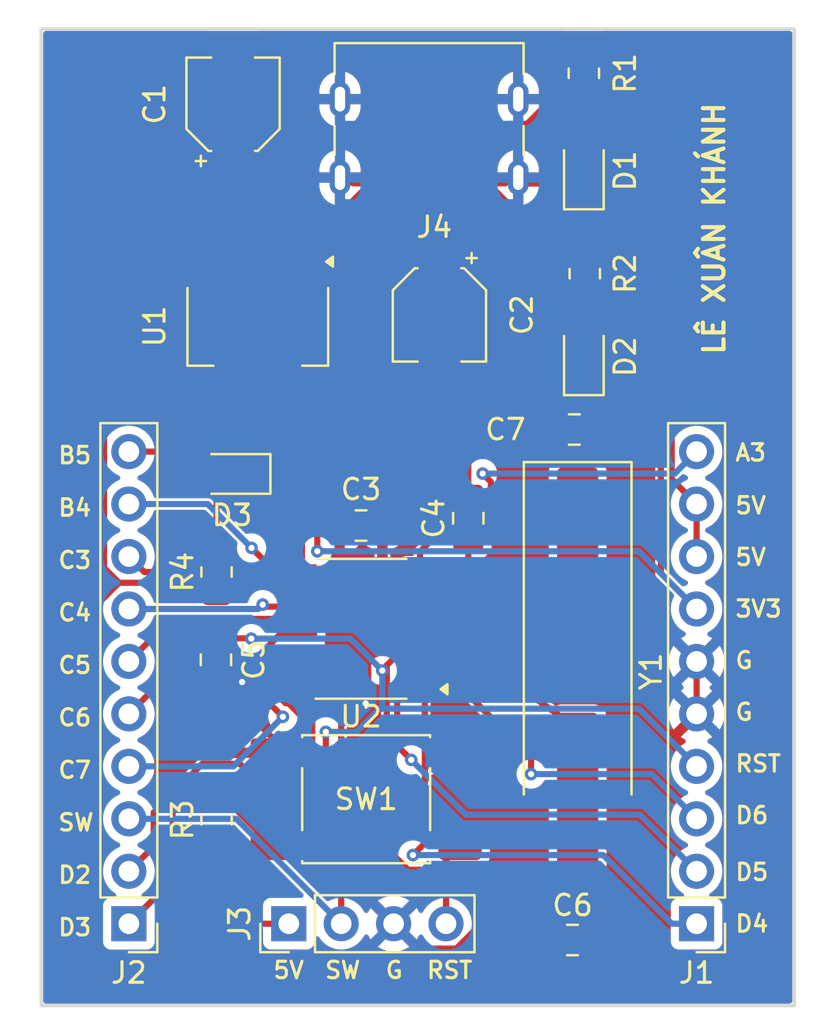
<source format=kicad_pcb>
(kicad_pcb (version 20241229) (generator "pcbnew") (generator_version "9.0")
  (title_block (title "Development Kit STM8S003F3") (date "2025-09-21") (rev "Rev1") (company "LE XUAN KHANH"))
  (layers (0 "F.Cu" signal) (2 "B.Cu" signal) (13 "F.Paste" user) (15 "B.Paste" user) (5 "F.SilkS" user "F.Silkscreen") (7 "B.SilkS" user "B.Silkscreen") (1 "F.Mask" user) (3 "B.Mask" user) (25 "Edge.Cuts" user))
  (net 0 "")
  (net 1 "+5V")
  (net 2 "GND")
  (net 3 "+3V3")
  (net 4 "Net-(U2-VCAP)")
  (net 5 "/NRST")
  (net 6 "Net-(U2-PA2)")
  (net 7 "Net-(U2-PA1)")
  (net 8 "Net-(D1-A)")
  (net 9 "Net-(D2-A)")
  (net 10 "/PB5")
  (net 11 "Net-(D3-A)")
  (net 12 "/PD5")
  (net 13 "/PA3")
  (net 14 "/PD4")
  (net 15 "/PD6")
  (net 16 "/PD2")
  (net 17 "/SWIM")
  (net 18 "/PC6")
  (net 19 "/PC4")
  (net 20 "/PC7")
  (net 21 "/PC5")
  (net 22 "/PC3")
  (net 23 "/PD3")
  (net 24 "/PB4")
  (footprint "LED_SMD:LED_0805_2012Metric_Pad1.15x1.40mm_HandSolder" (layer "F.Cu") (at 150.8 74.075 90)
    (property "Reference" "D1" (at 0 2 90) (layer "F.SilkS"))
    (property "Value" "LED")
    (fp_line (start 1 -0.96) (end -1.86 -0.96) (stroke (width 0.12)) (layer "F.SilkS"))
    (fp_line (start -1.86 -0.96) (end -1.86 0.96) (stroke (width 0.12)) (layer "F.SilkS"))
    (fp_line (start -1.86 0.96) (end 1 0.96) (stroke (width 0.12)) (layer "F.SilkS"))
    (pad "1" smd roundrect (at -1.025 0 90) (size 1.15 1.4) (layers "F.Cu" "F.Mask" "F.Paste") (roundrect_rratio 0.217391) (net 2 "GND"))
    (pad "2" smd roundrect (at 1.025 0 90) (size 1.15 1.4) (layers "F.Cu" "F.Mask" "F.Paste") (roundrect_rratio 0.217391) (net 8 "Net-(D1-A)"))
  )
  (footprint "Package_TO_SOT_SMD:SOT-223-3_TabPin2" (layer "F.Cu") (at 135 81.6 -90)
    (property "Reference" "U1" (at 0 5 90) (layer "F.SilkS"))
    (property "Value" "AMS1117-3.3")
    (fp_line (start -1.85 3.41) (end 1.91 3.41) (stroke (width 0.12)) (layer "F.SilkS"))
    (fp_line (start 1.91 3.41) (end 1.91 2.15) (stroke (width 0.12)) (layer "F.SilkS"))
    (fp_line (start -1.85 -3.41) (end 1.91 -3.41) (stroke (width 0.12)) (layer "F.SilkS"))
    (fp_line (start 1.91 -3.41) (end 1.91 -2.15) (stroke (width 0.12)) (layer "F.SilkS"))
    (fp_poly (pts (xy -3.13 -3.31) (xy -3.37 -3.64) (xy -2.89 -3.64) (xy -3.13 -3.31)) (stroke (width 0.12)) (fill yes) (layer "F.SilkS"))
    (pad "1" smd roundrect (at -3.15 -2.3 270) (size 2 1.5) (layers "F.Cu" "F.Mask" "F.Paste") (net 2 "GND"))
    (pad "2" smd roundrect (at -3.15 0 270) (size 2 1.5) (layers "F.Cu" "F.Mask" "F.Paste") (net 3 "+3V3"))
    (pad "2" smd roundrect (at 3.15 0 270) (size 2 3.8) (layers "F.Cu" "F.Mask" "F.Paste") (net 3 "+3V3"))
    (pad "3" smd roundrect (at -3.15 2.3 270) (size 2 1.5) (layers "F.Cu" "F.Mask" "F.Paste") (net 1 "+5V"))
  )
  (footprint "Connector_USB:USB_C_Receptacle_HRO_TYPE-C-31-M-17" (layer "F.Cu") (at 143.3 71.4 180)
    (property "Reference" "J4" (at -0.25 -5.4 0) (layer "F.SilkS"))
    (property "Value" "USB_C_Receptacle_PowerOnly_6P")
    (fp_line (start 4.58 2) (end 4.58 3.51) (stroke (width 0.12)) (layer "F.SilkS"))
    (fp_line (start 4.58 -1.9) (end 4.58 -0.5) (stroke (width 0.12)) (layer "F.SilkS"))
    (fp_line (start -4.58 3.51) (end 4.58 3.51) (stroke (width 0.12)) (layer "F.SilkS"))
    (fp_line (start -4.58 2) (end -4.58 3.51) (stroke (width 0.12)) (layer "F.SilkS"))
    (fp_line (start -4.58 -1.9) (end -4.58 -0.5) (stroke (width 0.12)) (layer "F.SilkS"))
    (pad "A5" smd roundrect (at -0.5 -3.18 180) (size 0.7 1.6) (layers "F.Cu" "F.Mask" "F.Paste"))
    (pad "A9" smd roundrect (at 1.52 -3.18 180) (size 0.8 1.6) (layers "F.Cu" "F.Mask" "F.Paste") (net 1 "+5V"))
    (pad "A12" smd roundrect (at 2.75 -3.18 180) (size 0.9 1.6) (layers "F.Cu" "F.Mask" "F.Paste") (net 2 "GND"))
    (pad "B5" smd roundrect (at 0.5 -3.18 180) (size 0.7 1.6) (layers "F.Cu" "F.Mask" "F.Paste"))
    (pad "B9" smd roundrect (at -1.52 -3.18 180) (size 0.8 1.6) (layers "F.Cu" "F.Mask" "F.Paste") (net 1 "+5V"))
    (pad "B12" smd roundrect (at -2.75 -3.18 180) (size 0.9 1.6) (layers "F.Cu" "F.Mask" "F.Paste") (net 2 "GND"))
    (pad "S1" thru_hole oval (at -4.32 -3 180) (size 1 1.7) (drill oval 0.5 1.2) (property pad_prop_heatsink) (layers "*.Cu" "*.Mask") (net 2 "GND"))
    (pad "S1" thru_hole oval (at -4.32 0.8 180) (size 1 1.7) (drill oval 0.5 1.2) (property pad_prop_heatsink) (layers "*.Cu" "*.Mask") (net 2 "GND"))
    (pad "S1" thru_hole oval (at 4.32 -3 180) (size 1 1.7) (drill oval 0.5 1.2) (property pad_prop_heatsink) (layers "*.Cu" "*.Mask") (net 2 "GND"))
    (pad "S1" thru_hole oval (at 4.32 0.8 180) (size 1 1.7) (drill oval 0.5 1.2) (property pad_prop_heatsink) (layers "*.Cu" "*.Mask") (net 2 "GND"))
  )
  (footprint "Capacitor_SMD:C_0805_2012Metric_Pad1.18x1.45mm_HandSolder" (layer "F.Cu") (at 145.2 90.9 90)
    (property "Reference" "C4" (at 0 -1.68 90) (layer "F.SilkS"))
    (property "Value" "1uF")
    (fp_line (start -0.261252 -0.735) (end 0.261252 -0.735) (stroke (width 0.12)) (layer "F.SilkS"))
    (fp_line (start -0.261252 0.735) (end 0.261252 0.735) (stroke (width 0.12)) (layer "F.SilkS"))
    (pad "1" smd roundrect (at -1.0375 0 90) (size 1.175 1.45) (layers "F.Cu" "F.Mask" "F.Paste") (roundrect_rratio 0.212766) (net 4 "Net-(U2-VCAP)"))
    (pad "2" smd roundrect (at 1.0375 0 90) (size 1.175 1.45) (layers "F.Cu" "F.Mask" "F.Paste") (roundrect_rratio 0.212766) (net 2 "GND"))
  )
  (footprint "Crystal:Crystal_SMD_HC49-SD_HandSoldering" (layer "F.Cu") (at 150.5 98.3125 -90)
    (property "Reference" "Y1" (at 0 -3.55 90) (layer "F.SilkS"))
    (property "Value" "Crystal 16Mhz")
    (fp_line (start -10.135 2.61) (end 5.96 2.61) (stroke (width 0.12)) (layer "F.SilkS"))
    (fp_line (start -10.135 -2.61) (end -10.135 2.61) (stroke (width 0.12)) (layer "F.SilkS"))
    (fp_line (start 5.96 -2.61) (end -10.135 -2.61) (stroke (width 0.12)) (layer "F.SilkS"))
    (pad "1" smd roundrect (at -5.9375 0 270) (size 7.875 2) (layers "F.Cu" "F.Mask" "F.Paste") (roundrect_rratio 0.125) (net 6 "Net-(U2-PA2)"))
    (pad "2" smd roundrect (at 5.9375 0 270) (size 7.875 2) (layers "F.Cu" "F.Mask" "F.Paste") (roundrect_rratio 0.125) (net 7 "Net-(U2-PA1)"))
  )
  (footprint "Resistor_SMD:R_0805_2012Metric_Pad1.20x1.40mm_HandSolder" (layer "F.Cu") (at 133 93.5 90)
    (property "Reference" "R4" (at 0 -1.65 90) (layer "F.SilkS"))
    (property "Value" "1K")
    (fp_line (start -0.227064 -0.735) (end 0.227064 -0.735) (stroke (width 0.12)) (layer "F.SilkS"))
    (fp_line (start -0.227064 0.735) (end 0.227064 0.735) (stroke (width 0.12)) (layer "F.SilkS"))
    (pad "1" smd roundrect (at -1 0 90) (size 1.2 1.4) (layers "F.Cu" "F.Mask" "F.Paste") (roundrect_rratio 0.208333) (net 1 "+5V"))
    (pad "2" smd roundrect (at 1 0 90) (size 1.2 1.4) (layers "F.Cu" "F.Mask" "F.Paste") (roundrect_rratio 0.208333) (net 11 "Net-(D3-A)"))
  )
  (footprint "Capacitor_SMD:CP_Elec_4x5.4" (layer "F.Cu") (at 133.8 70.85 90)
    (property "Reference" "C1" (at 0 -3.8 90) (layer "F.SilkS"))
    (property "Value" "22uF")
    (fp_line (start 2.26 -2.26) (end 2.26 -1.06) (stroke (width 0.12)) (layer "F.SilkS"))
    (fp_line (start -1.195563 -2.26) (end 2.26 -2.26) (stroke (width 0.12)) (layer "F.SilkS"))
    (fp_line (start -2.75 -1.81) (end -2.75 -1.31) (stroke (width 0.12)) (layer "F.SilkS"))
    (fp_line (start -3 -1.56) (end -2.5 -1.56) (stroke (width 0.12)) (layer "F.SilkS"))
    (fp_line (start -2.26 -1.195563) (end -1.195563 -2.26) (stroke (width 0.12)) (layer "F.SilkS"))
    (fp_line (start -2.26 -1.195563) (end -2.26 -1.06) (stroke (width 0.12)) (layer "F.SilkS"))
    (fp_line (start -2.26 1.195563) (end -2.26 1.06) (stroke (width 0.12)) (layer "F.SilkS"))
    (fp_line (start -2.26 1.195563) (end -1.195563 2.26) (stroke (width 0.12)) (layer "F.SilkS"))
    (fp_line (start 2.26 2.26) (end 2.26 1.06) (stroke (width 0.12)) (layer "F.SilkS"))
    (fp_line (start -1.195563 2.26) (end 2.26 2.26) (stroke (width 0.12)) (layer "F.SilkS"))
    (pad "1" smd roundrect (at -1.8 0 90) (size 2.6 1.6) (layers "F.Cu" "F.Mask" "F.Paste") (roundrect_rratio 0.15625) (net 1 "+5V"))
    (pad "2" smd roundrect (at 1.8 0 90) (size 2.6 1.6) (layers "F.Cu" "F.Mask" "F.Paste") (roundrect_rratio 0.15625) (net 2 "GND"))
  )
  (footprint "Resistor_SMD:R_0805_2012Metric_Pad1.20x1.40mm_HandSolder" (layer "F.Cu") (at 133 105.5 90)
    (property "Reference" "R3" (at 0 -1.65 90) (layer "F.SilkS"))
    (property "Value" "10K")
    (fp_line (start -0.227064 -0.735) (end 0.227064 -0.735) (stroke (width 0.12)) (layer "F.SilkS"))
    (fp_line (start -0.227064 0.735) (end 0.227064 0.735) (stroke (width 0.12)) (layer "F.SilkS"))
    (pad "1" smd roundrect (at -1 0 90) (size 1.2 1.4) (layers "F.Cu" "F.Mask" "F.Paste") (roundrect_rratio 0.208333) (net 1 "+5V"))
    (pad "2" smd roundrect (at 1 0 90) (size 1.2 1.4) (layers "F.Cu" "F.Mask" "F.Paste") (roundrect_rratio 0.208333) (net 5 "/NRST"))
  )
  (footprint "Connector_PinHeader_2.54mm:PinHeader_1x10_P2.54mm_Vertical" (layer "F.Cu") (at 156.2625 110.53 180)
    (property "Reference" "J1" (at 0 -2.38 0) (layer "F.SilkS"))
    (property "Value" "Conn_01x10_Pin")
    (fp_line (start 1.38 1.27) (end 1.38 24.24) (stroke (width 0.12)) (layer "F.SilkS"))
    (fp_line (start -1.38 24.24) (end 1.38 24.24) (stroke (width 0.12)) (layer "F.SilkS"))
    (fp_line (start -1.38 1.27) (end 1.38 1.27) (stroke (width 0.12)) (layer "F.SilkS"))
    (fp_line (start -1.38 1.27) (end -1.38 24.24) (stroke (width 0.12)) (layer "F.SilkS"))
    (fp_line (start -1.38 0) (end -1.38 -1.38) (stroke (width 0.12)) (layer "F.SilkS"))
    (fp_line (start -1.38 -1.38) (end 0 -1.38) (stroke (width 0.12)) (layer "F.SilkS"))
    (pad "1" thru_hole rect (at 0 0 180) (size 1.7 1.7) (drill 1) (layers "*.Cu" "*.Mask") (net 14 "/PD4"))
    (pad "2" thru_hole circle (at 0 2.54 180) (size 1.7 1.7) (drill 1) (layers "*.Cu" "*.Mask") (net 12 "/PD5"))
    (pad "3" thru_hole circle (at 0 5.08 180) (size 1.7 1.7) (drill 1) (layers "*.Cu" "*.Mask") (net 15 "/PD6"))
    (pad "4" thru_hole circle (at 0 7.62 180) (size 1.7 1.7) (drill 1) (layers "*.Cu" "*.Mask") (net 5 "/NRST"))
    (pad "5" thru_hole circle (at 0 10.16 180) (size 1.7 1.7) (drill 1) (layers "*.Cu" "*.Mask") (net 2 "GND"))
    (pad "6" thru_hole circle (at 0 12.7 180) (size 1.7 1.7) (drill 1) (layers "*.Cu" "*.Mask") (net 2 "GND"))
    (pad "7" thru_hole circle (at 0 15.24 180) (size 1.7 1.7) (drill 1) (layers "*.Cu" "*.Mask") (net 3 "+3V3"))
    (pad "8" thru_hole circle (at 0 17.78 180) (size 1.7 1.7) (drill 1) (layers "*.Cu" "*.Mask") (net 1 "+5V"))
    (pad "9" thru_hole circle (at 0 20.32 180) (size 1.7 1.7) (drill 1) (layers "*.Cu" "*.Mask") (net 1 "+5V"))
    (pad "10" thru_hole circle (at 0 22.86 180) (size 1.7 1.7) (drill 1) (layers "*.Cu" "*.Mask") (net 13 "/PA3"))
  )
  (footprint "Resistor_SMD:R_0805_2012Metric_Pad1.20x1.40mm_HandSolder" (layer "F.Cu") (at 150.845 79.05 -90)
    (property "Reference" "R2" (at 0 -1.955 90) (layer "F.SilkS"))
    (property "Value" "1K")
    (fp_line (start -0.227064 0.735) (end 0.227064 0.735) (stroke (width 0.12)) (layer "F.SilkS"))
    (fp_line (start -0.227064 -0.735) (end 0.227064 -0.735) (stroke (width 0.12)) (layer "F.SilkS"))
    (pad "1" smd roundrect (at -1 0 270) (size 1.2 1.4) (layers "F.Cu" "F.Mask" "F.Paste") (roundrect_rratio 0.208333) (net 3 "+3V3"))
    (pad "2" smd roundrect (at 1 0 270) (size 1.2 1.4) (layers "F.Cu" "F.Mask" "F.Paste") (roundrect_rratio 0.208333) (net 9 "Net-(D2-A)"))
  )
  (footprint "Capacitor_SMD:C_0805_2012Metric_Pad1.18x1.45mm_HandSolder" (layer "F.Cu") (at 150.25 111.32)
    (property "Reference" "C6" (at 0 -1.68 0) (layer "F.SilkS"))
    (property "Value" "20pF")
    (fp_line (start -0.261252 -0.735) (end 0.261252 -0.735) (stroke (width 0.12)) (layer "F.SilkS"))
    (fp_line (start -0.261252 0.735) (end 0.261252 0.735) (stroke (width 0.12)) (layer "F.SilkS"))
    (pad "1" smd roundrect (at -1.0375 0) (size 1.175 1.45) (layers "F.Cu" "F.Mask" "F.Paste") (roundrect_rratio 0.212766) (net 2 "GND"))
    (pad "2" smd roundrect (at 1.0375 0) (size 1.175 1.45) (layers "F.Cu" "F.Mask" "F.Paste") (roundrect_rratio 0.212766) (net 7 "Net-(U2-PA1)"))
  )
  (footprint "LED_SMD:LED_0805_2012Metric_Pad1.15x1.40mm_HandSolder" (layer "F.Cu") (at 150.8 83.075 90)
    (property "Reference" "D2" (at 0 2 90) (layer "F.SilkS"))
    (property "Value" "LED")
    (fp_line (start 1 -0.96) (end -1.86 -0.96) (stroke (width 0.12)) (layer "F.SilkS"))
    (fp_line (start -1.86 -0.96) (end -1.86 0.96) (stroke (width 0.12)) (layer "F.SilkS"))
    (fp_line (start -1.86 0.96) (end 1 0.96) (stroke (width 0.12)) (layer "F.SilkS"))
    (pad "1" smd roundrect (at -1.025 0 90) (size 1.15 1.4) (layers "F.Cu" "F.Mask" "F.Paste") (roundrect_rratio 0.217391) (net 2 "GND"))
    (pad "2" smd roundrect (at 1.025 0 90) (size 1.15 1.4) (layers "F.Cu" "F.Mask" "F.Paste") (roundrect_rratio 0.217391) (net 9 "Net-(D2-A)"))
  )
  (footprint "Connector_PinHeader_2.54mm:PinHeader_1x10_P2.54mm_Vertical" (layer "F.Cu") (at 128.75 110.53 180)
    (property "Reference" "J2" (at 0 -2.38 0) (layer "F.SilkS"))
    (property "Value" "Conn_01x10_Pin")
    (fp_line (start 1.38 1.27) (end 1.38 24.24) (stroke (width 0.12)) (layer "F.SilkS"))
    (fp_line (start -1.38 24.24) (end 1.38 24.24) (stroke (width 0.12)) (layer "F.SilkS"))
    (fp_line (start -1.38 1.27) (end 1.38 1.27) (stroke (width 0.12)) (layer "F.SilkS"))
    (fp_line (start -1.38 1.27) (end -1.38 24.24) (stroke (width 0.12)) (layer "F.SilkS"))
    (fp_line (start -1.38 0) (end -1.38 -1.38) (stroke (width 0.12)) (layer "F.SilkS"))
    (fp_line (start -1.38 -1.38) (end 0 -1.38) (stroke (width 0.12)) (layer "F.SilkS"))
    (pad "1" thru_hole rect (at 0 0 180) (size 1.7 1.7) (drill 1) (layers "*.Cu" "*.Mask") (net 23 "/PD3"))
    (pad "2" thru_hole circle (at 0 2.54 180) (size 1.7 1.7) (drill 1) (layers "*.Cu" "*.Mask") (net 16 "/PD2"))
    (pad "3" thru_hole circle (at 0 5.08 180) (size 1.7 1.7) (drill 1) (layers "*.Cu" "*.Mask") (net 17 "/SWIM"))
    (pad "4" thru_hole circle (at 0 7.62 180) (size 1.7 1.7) (drill 1) (layers "*.Cu" "*.Mask") (net 20 "/PC7"))
    (pad "5" thru_hole circle (at 0 10.16 180) (size 1.7 1.7) (drill 1) (layers "*.Cu" "*.Mask") (net 18 "/PC6"))
    (pad "6" thru_hole circle (at 0 12.7 180) (size 1.7 1.7) (drill 1) (layers "*.Cu" "*.Mask") (net 21 "/PC5"))
    (pad "7" thru_hole circle (at 0 15.24 180) (size 1.7 1.7) (drill 1) (layers "*.Cu" "*.Mask") (net 19 "/PC4"))
    (pad "8" thru_hole circle (at 0 17.78 180) (size 1.7 1.7) (drill 1) (layers "*.Cu" "*.Mask") (net 22 "/PC3"))
    (pad "9" thru_hole circle (at 0 20.32 180) (size 1.7 1.7) (drill 1) (layers "*.Cu" "*.Mask") (net 24 "/PB4"))
    (pad "10" thru_hole circle (at 0 22.86 180) (size 1.7 1.7) (drill 1) (layers "*.Cu" "*.Mask") (net 10 "/PB5"))
  )
  (footprint "Capacitor_SMD:C_0805_2012Metric_Pad1.18x1.45mm_HandSolder" (layer "F.Cu") (at 140 91.25 180)
    (property "Reference" "C3" (at 0 1.75 0) (layer "F.SilkS"))
    (property "Value" "104")
    (fp_line (start -0.261252 0.735) (end 0.261252 0.735) (stroke (width 0.12)) (layer "F.SilkS"))
    (fp_line (start -0.261252 -0.735) (end 0.261252 -0.735) (stroke (width 0.12)) (layer "F.SilkS"))
    (pad "1" smd roundrect (at -1.0375 0 180) (size 1.175 1.45) (layers "F.Cu" "F.Mask" "F.Paste") (roundrect_rratio 0.212766) (net 1 "+5V"))
    (pad "2" smd roundrect (at 1.0375 0 180) (size 1.175 1.45) (layers "F.Cu" "F.Mask" "F.Paste") (roundrect_rratio 0.212766) (net 2 "GND"))
  )
  (footprint "LED_SMD:LED_0805_2012Metric_Pad1.15x1.40mm_HandSolder" (layer "F.Cu") (at 133.75 88.75 180)
    (property "Reference" "D3" (at 0 -2 0) (layer "F.SilkS"))
    (property "Value" "LED")
    (fp_line (start 1 -0.96) (end -1.86 -0.96) (stroke (width 0.12)) (layer "F.SilkS"))
    (fp_line (start -1.86 0.96) (end 1 0.96) (stroke (width 0.12)) (layer "F.SilkS"))
    (fp_line (start -1.86 -0.96) (end -1.86 0.96) (stroke (width 0.12)) (layer "F.SilkS"))
    (pad "1" smd roundrect (at -1.025 0 180) (size 1.15 1.4) (layers "F.Cu" "F.Mask" "F.Paste") (roundrect_rratio 0.217391) (net 10 "/PB5"))
    (pad "2" smd roundrect (at 1.025 0 180) (size 1.15 1.4) (layers "F.Cu" "F.Mask" "F.Paste") (roundrect_rratio 0.217391) (net 11 "Net-(D3-A)"))
  )
  (footprint "Button_Switch_SMD:SW_Push_1P1T_NO_E-Switch_TL3301NxxxxxG" (layer "F.Cu") (at 140.25 104.5 180)
    (property "Reference" "SW1" (at 0 0 0) (layer "F.SilkS"))
    (property "Value" "SW_Push")
    (fp_line (start 3.1 3.1) (end 3.1 3) (stroke (width 0.12)) (layer "F.SilkS"))
    (fp_line (start 3.1 -1.5) (end 3.1 1.5) (stroke (width 0.12)) (layer "F.SilkS"))
    (fp_line (start 3.1 -3) (end 3.1 -3.1) (stroke (width 0.12)) (layer "F.SilkS"))
    (fp_line (start -3.1 3.1) (end 3.1 3.1) (stroke (width 0.12)) (layer "F.SilkS"))
    (fp_line (start -3.1 3.1) (end -3.1 3) (stroke (width 0.12)) (layer "F.SilkS"))
    (fp_line (start -3.1 -1.5) (end -3.1 1.5) (stroke (width 0.12)) (layer "F.SilkS"))
    (fp_line (start -3.1 -3.1) (end 3.1 -3.1) (stroke (width 0.12)) (layer "F.SilkS"))
    (fp_line (start -3.1 -3.1) (end -3.1 -3) (stroke (width 0.12)) (layer "F.SilkS"))
    (pad "1" smd roundrect (at -4.55 -2.25 180) (size 2.1 1.4) (layers "F.Cu" "F.Mask" "F.Paste") (roundrect_rratio 0.1785714286) (net 5 "/NRST"))
    (pad "1" smd roundrect (at 4.55 -2.25 180) (size 2.1 1.4) (layers "F.Cu" "F.Mask" "F.Paste") (roundrect_rratio 0.1785714286) (net 5 "/NRST"))
    (pad "2" smd roundrect (at -4.55 2.25 180) (size 2.1 1.4) (layers "F.Cu" "F.Mask" "F.Paste") (roundrect_rratio 0.1785714286) (net 2 "GND"))
    (pad "2" smd roundrect (at 4.55 2.25 180) (size 2.1 1.4) (layers "F.Cu" "F.Mask" "F.Paste") (roundrect_rratio 0.1785714286) (net 2 "GND"))
  )
  (footprint "Connector_PinHeader_2.54mm:PinHeader_1x04_P2.54mm_Vertical" (layer "F.Cu") (at 136.5 110.53 90)
    (property "Reference" "J3" (at 0 -2.38 90) (layer "F.SilkS"))
    (property "Value" "Development")
    (fp_line (start -1.38 -1.38) (end 0 -1.38) (stroke (width 0.12)) (layer "F.SilkS"))
    (fp_line (start -1.38 0) (end -1.38 -1.38) (stroke (width 0.12)) (layer "F.SilkS"))
    (fp_line (start 1.38 1.27) (end 1.38 9) (stroke (width 0.12)) (layer "F.SilkS"))
    (fp_line (start -1.38 1.27) (end 1.38 1.27) (stroke (width 0.12)) (layer "F.SilkS"))
    (fp_line (start -1.38 1.27) (end -1.38 9) (stroke (width 0.12)) (layer "F.SilkS"))
    (fp_line (start -1.38 9) (end 1.38 9) (stroke (width 0.12)) (layer "F.SilkS"))
    (pad "1" thru_hole rect (at 0 0 90) (size 1.7 1.7) (drill 1) (layers "*.Cu" "*.Mask") (net 1 "+5V"))
    (pad "2" thru_hole circle (at 0 2.54 90) (size 1.7 1.7) (drill 1) (layers "*.Cu" "*.Mask") (net 17 "/SWIM"))
    (pad "3" thru_hole circle (at 0 5.08 90) (size 1.7 1.7) (drill 1) (layers "*.Cu" "*.Mask") (net 2 "GND"))
    (pad "4" thru_hole circle (at 0 7.62 90) (size 1.7 1.7) (drill 1) (layers "*.Cu" "*.Mask") (net 5 "/NRST"))
  )
  (footprint "Resistor_SMD:R_0805_2012Metric_Pad1.20x1.40mm_HandSolder" (layer "F.Cu") (at 150.8 69.35 -90)
    (property "Reference" "R1" (at 0 -2 90) (layer "F.SilkS"))
    (property "Value" "1K")
    (fp_line (start -0.227064 0.735) (end 0.227064 0.735) (stroke (width 0.12)) (layer "F.SilkS"))
    (fp_line (start -0.227064 -0.735) (end 0.227064 -0.735) (stroke (width 0.12)) (layer "F.SilkS"))
    (pad "1" smd roundrect (at -1 0 270) (size 1.2 1.4) (layers "F.Cu" "F.Mask" "F.Paste") (roundrect_rratio 0.208333) (net 1 "+5V"))
    (pad "2" smd roundrect (at 1 0 270) (size 1.2 1.4) (layers "F.Cu" "F.Mask" "F.Paste") (roundrect_rratio 0.208333) (net 8 "Net-(D1-A)"))
  )
  (footprint "Package_SO:TSSOP-20_4.4x6.5mm_P0.65mm" (layer "F.Cu") (at 140 96.25 180)
    (property "Reference" "U2" (at 0 -4.25 0) (layer "F.SilkS"))
    (property "Value" "STM8S003F3P")
    (fp_line (start 0 3.385) (end 2.2 3.385) (stroke (width 0.12)) (layer "F.SilkS"))
    (fp_line (start 0 3.385) (end -2.2 3.385) (stroke (width 0.12)) (layer "F.SilkS"))
    (fp_line (start 0 -3.385) (end 2.2 -3.385) (stroke (width 0.12)) (layer "F.SilkS"))
    (fp_line (start 0 -3.385) (end -2.2 -3.385) (stroke (width 0.12)) (layer "F.SilkS"))
    (fp_poly (pts (xy -3.86 -2.925) (xy -4.19 -2.685) (xy -4.19 -3.165)) (stroke (width 0.12)) (fill yes) (layer "F.SilkS"))
    (pad "1" smd roundrect (at -2.8625 -2.925 180) (size 1.475 0.4) (layers "F.Cu" "F.Mask" "F.Paste") (net 14 "/PD4"))
    (pad "2" smd roundrect (at -2.8625 -2.275 180) (size 1.475 0.4) (layers "F.Cu" "F.Mask" "F.Paste") (net 12 "/PD5"))
    (pad "3" smd roundrect (at -2.8625 -1.625 180) (size 1.475 0.4) (layers "F.Cu" "F.Mask" "F.Paste") (net 15 "/PD6"))
    (pad "4" smd roundrect (at -2.8625 -0.975 180) (size 1.475 0.4) (layers "F.Cu" "F.Mask" "F.Paste") (net 5 "/NRST"))
    (pad "5" smd roundrect (at -2.8625 -0.325 180) (size 1.475 0.4) (layers "F.Cu" "F.Mask" "F.Paste") (net 7 "Net-(U2-PA1)"))
    (pad "6" smd roundrect (at -2.8625 0.325 180) (size 1.475 0.4) (layers "F.Cu" "F.Mask" "F.Paste") (net 6 "Net-(U2-PA2)"))
    (pad "7" smd roundrect (at -2.8625 0.975 180) (size 1.475 0.4) (layers "F.Cu" "F.Mask" "F.Paste") (net 2 "GND"))
    (pad "8" smd roundrect (at -2.8625 1.625 180) (size 1.475 0.4) (layers "F.Cu" "F.Mask" "F.Paste") (net 4 "Net-(U2-VCAP)"))
    (pad "9" smd roundrect (at -2.8625 2.275 180) (size 1.475 0.4) (layers "F.Cu" "F.Mask" "F.Paste") (net 1 "+5V"))
    (pad "10" smd roundrect (at -2.8625 2.925 180) (size 1.475 0.4) (layers "F.Cu" "F.Mask" "F.Paste") (net 13 "/PA3"))
    (pad "11" smd roundrect (at 2.8625 2.925 180) (size 1.475 0.4) (layers "F.Cu" "F.Mask" "F.Paste") (net 10 "/PB5"))
    (pad "12" smd roundrect (at 2.8625 2.275 180) (size 1.475 0.4) (layers "F.Cu" "F.Mask" "F.Paste") (net 24 "/PB4"))
    (pad "13" smd roundrect (at 2.8625 1.625 180) (size 1.475 0.4) (layers "F.Cu" "F.Mask" "F.Paste") (net 22 "/PC3"))
    (pad "14" smd roundrect (at 2.8625 0.975 180) (size 1.475 0.4) (layers "F.Cu" "F.Mask" "F.Paste") (net 19 "/PC4"))
    (pad "15" smd roundrect (at 2.8625 0.325 180) (size 1.475 0.4) (layers "F.Cu" "F.Mask" "F.Paste") (net 21 "/PC5"))
    (pad "16" smd roundrect (at 2.8625 -0.325 180) (size 1.475 0.4) (layers "F.Cu" "F.Mask" "F.Paste") (net 18 "/PC6"))
    (pad "17" smd roundrect (at 2.8625 -0.975 180) (size 1.475 0.4) (layers "F.Cu" "F.Mask" "F.Paste") (net 20 "/PC7"))
    (pad "18" smd roundrect (at 2.8625 -1.625 180) (size 1.475 0.4) (layers "F.Cu" "F.Mask" "F.Paste") (net 17 "/SWIM"))
    (pad "19" smd roundrect (at 2.8625 -2.275 180) (size 1.475 0.4) (layers "F.Cu" "F.Mask" "F.Paste") (net 16 "/PD2"))
    (pad "20" smd roundrect (at 2.8625 -2.925 180) (size 1.475 0.4) (layers "F.Cu" "F.Mask" "F.Paste") (net 23 "/PD3"))
  )
  (footprint "Capacitor_SMD:CP_Elec_4x5.4" (layer "F.Cu") (at 143.8 81.05 -90)
    (property "Reference" "C2" (at 0 -4 270) (layer "F.SilkS"))
    (property "Value" "22uF")
    (fp_line (start -1.195563 2.26) (end 2.26 2.26) (stroke (width 0.12)) (layer "F.SilkS"))
    (fp_line (start 2.26 2.26) (end 2.26 1.06) (stroke (width 0.12)) (layer "F.SilkS"))
    (fp_line (start -2.26 1.195563) (end -1.195563 2.26) (stroke (width 0.12)) (layer "F.SilkS"))
    (fp_line (start -2.26 1.195563) (end -2.26 1.06) (stroke (width 0.12)) (layer "F.SilkS"))
    (fp_line (start -2.26 -1.195563) (end -2.26 -1.06) (stroke (width 0.12)) (layer "F.SilkS"))
    (fp_line (start -2.26 -1.195563) (end -1.195563 -2.26) (stroke (width 0.12)) (layer "F.SilkS"))
    (fp_line (start -3 -1.56) (end -2.5 -1.56) (stroke (width 0.12)) (layer "F.SilkS"))
    (fp_line (start -2.75 -1.81) (end -2.75 -1.31) (stroke (width 0.12)) (layer "F.SilkS"))
    (fp_line (start -1.195563 -2.26) (end 2.26 -2.26) (stroke (width 0.12)) (layer "F.SilkS"))
    (fp_line (start 2.26 -2.26) (end 2.26 -1.06) (stroke (width 0.12)) (layer "F.SilkS"))
    (pad "1" smd roundrect (at -1.8 0 270) (size 2.6 1.6) (layers "F.Cu" "F.Mask" "F.Paste") (roundrect_rratio 0.15625) (net 3 "+3V3"))
    (pad "2" smd roundrect (at 1.8 0 270) (size 2.6 1.6) (layers "F.Cu" "F.Mask" "F.Paste") (roundrect_rratio 0.15625) (net 2 "GND"))
  )
  (footprint "Capacitor_SMD:C_0805_2012Metric_Pad1.18x1.45mm_HandSolder" (layer "F.Cu") (at 132.97 97.75 -90)
    (property "Reference" "C5" (at 0 -1.83 90) (layer "F.SilkS"))
    (property "Value" "104")
    (fp_line (start -0.261252 0.735) (end 0.261252 0.735) (stroke (width 0.12)) (layer "F.SilkS"))
    (fp_line (start -0.261252 -0.735) (end 0.261252 -0.735) (stroke (width 0.12)) (layer "F.SilkS"))
    (pad "1" smd roundrect (at -1.0375 0 270) (size 1.175 1.45) (layers "F.Cu" "F.Mask" "F.Paste") (roundrect_rratio 0.212766) (net 5 "/NRST"))
    (pad "2" smd roundrect (at 1.0375 0 270) (size 1.175 1.45) (layers "F.Cu" "F.Mask" "F.Paste") (roundrect_rratio 0.212766) (net 2 "GND"))
  )
  (footprint "Capacitor_SMD:C_0805_2012Metric_Pad1.18x1.45mm_HandSolder" (layer "F.Cu") (at 150.3375 86.6)
    (property "Reference" "C7" (at -3.3375 0 0) (layer "F.SilkS"))
    (property "Value" "20pF")
    (fp_line (start -0.261252 -0.735) (end 0.261252 -0.735) (stroke (width 0.12)) (layer "F.SilkS"))
    (fp_line (start -0.261252 0.735) (end 0.261252 0.735) (stroke (width 0.12)) (layer "F.SilkS"))
    (pad "1" smd roundrect (at -1.0375 0) (size 1.175 1.45) (layers "F.Cu" "F.Mask" "F.Paste") (roundrect_rratio 0.212766) (net 6 "Net-(U2-PA2)"))
    (pad "2" smd roundrect (at 1.0375 0) (size 1.175 1.45) (layers "F.Cu" "F.Mask" "F.Paste") (roundrect_rratio 0.212766) (net 2 "GND"))
  )
  (gr_line (start 133.3 73.55) (end 132.8 78.05) (stroke (width 0.508)) (layer "F.Cu") (net 1))
  (gr_rect (start 124.5 67.2) (end 161 114.5) (stroke (width 0.15)) (fill no) (layer "Edge.Cuts"))
  (gr_text "5V" (at 158.063452 90.75 0) (layer "F.SilkS") (effects (font (size 0.8 0.8) (thickness 0.15) (bold yes)) (justify left bottom)))
  (gr_text "RST" (at 158.063452 103.25 0) (layer "F.SilkS") (effects (font (size 0.8 0.8) (thickness 0.15) (bold yes)) (justify left bottom)))
  (gr_text "C4" (at 125.25 95.93875 0) (layer "F.SilkS") (effects (font (size 0.8 0.8) (thickness 0.15) (bold yes)) (justify left bottom)))
  (gr_text "A3" (at 158.063452 88.18875 0) (layer "F.SilkS") (effects (font (size 0.8 0.8) (thickness 0.15) (bold yes)) (justify left bottom)))
  (gr_text "G" (at 158.063452 98.25 0) (layer "F.SilkS") (effects (font (size 0.8 0.8) (thickness 0.15) (bold yes)) (justify left bottom)))
  (gr_text "RST" (at 143.11 113.25 0) (layer "F.SilkS") (effects (font (size 0.8 0.8) (thickness 0.15) (bold yes)) (justify left bottom)))
  (gr_text "G" (at 141.11 113.25 0) (layer "F.SilkS") (effects (font (size 0.8 0.8) (thickness 0.15) (bold yes)) (justify left bottom)))
  (gr_text "SW" (at 125.25 106.09875 0) (layer "F.SilkS") (effects (font (size 0.8 0.8) (thickness 0.15) (bold yes)) (justify left bottom)))
  (gr_text "C6" (at 125.25 101.01875 0) (layer "F.SilkS") (effects (font (size 0.8 0.8) (thickness 0.15) (bold yes)) (justify left bottom)))
  (gr_text "5V" (at 135.673452 113.25 0) (layer "F.SilkS") (effects (font (size 0.8 0.8) (thickness 0.15) (bold yes)) (justify left bottom)))
  (gr_text "B4" (at 125.25 90.85875 0) (layer "F.SilkS") (effects (font (size 0.8 0.8) (thickness 0.15) (bold yes)) (justify left bottom)))
  (gr_text "C7" (at 125.25 103.55875 0) (layer "F.SilkS") (effects (font (size 0.8 0.8) (thickness 0.15) (bold yes)) (justify left bottom)))
  (gr_text "G" (at 158.063452 100.75 0) (layer "F.SilkS") (effects (font (size 0.8 0.8) (thickness 0.15) (bold yes)) (justify left bottom)))
  (gr_text "D5" (at 158.063452 108.5 0) (layer "F.SilkS") (effects (font (size 0.8 0.8) (thickness 0.15) (bold yes)) (justify left bottom)))
  (gr_text "C5" (at 125.25 98.47875 0) (layer "F.SilkS") (effects (font (size 0.8 0.8) (thickness 0.15) (bold yes)) (justify left bottom)))
  (gr_text "D4" (at 158.063452 111 0) (layer "F.SilkS") (effects (font (size 0.8 0.8) (thickness 0.15) (bold yes)) (justify left bottom)))
  (gr_text "LÊ XUÂN KHÁNH" (at 157.7 83.075 90) (layer "F.SilkS") (effects (font (size 1 1) (thickness 0.2) (bold yes)) (justify left bottom)))
  (gr_text "C3" (at 125.25 93.39875 0) (layer "F.SilkS") (effects (font (size 0.8 0.8) (thickness 0.15) (bold yes)) (justify left bottom)))
  (gr_text "D2" (at 125.25 108.63875 0) (layer "F.SilkS") (effects (font (size 0.8 0.8) (thickness 0.15) (bold yes)) (justify left bottom)))
  (gr_text "3V3" (at 158.063452 95.75 0) (layer "F.SilkS") (effects (font (size 0.8 0.8) (thickness 0.15) (bold yes)) (justify left bottom)))
  (gr_text "D6" (at 158.063452 105.75 0) (layer "F.SilkS") (effects (font (size 0.8 0.8) (thickness 0.15) (bold yes)) (justify left bottom)))
  (gr_text "5V" (at 158.063452 93.25 0) (layer "F.SilkS") (effects (font (size 0.8 0.8) (thickness 0.15) (bold yes)) (justify left bottom)))
  (gr_text "B5" (at 125.25 88.31875 0) (layer "F.SilkS") (effects (font (size 0.8 0.8) (thickness 0.15) (bold yes)) (justify left bottom)))
  (gr_text "D3" (at 125.25 111.17875 0) (layer "F.SilkS") (effects (font (size 0.8 0.8) (thickness 0.15) (bold yes)) (justify left bottom)))
  (gr_text "SW" (at 138.173452 113.25 0) (layer "F.SilkS") (effects (font (size 0.8 0.8) (thickness 0.15) (bold yes)) (justify left bottom)))
  (segment (start 133 109.1868) (end 129.9534 112.2334) (width 0.3) (layer "F.Cu") (net 1))
  (segment (start 155.0551 72.6051) (end 150.8 68.35) (width 0.3) (layer "F.Cu") (net 1))
  (segment (start 141.038 91.7025) (end 141.038 92.9219) (width 0.508) (layer "F.Cu") (net 1))
  (segment (start 156.2625 90.21) (end 155.0551 89.0026) (width 0.3) (layer "F.Cu") (net 1))
  (segment (start 155.0551 89.0026) (end 155.0551 72.6051) (width 0.3) (layer "F.Cu") (net 1))
  (segment (start 127.5462 83.6038) (end 127.5462 93.2928) (width 0.3) (layer "F.Cu") (net 1))
  (segment (start 156.2625 92.75) (end 156.2625 90.21) (width 0.3) (layer "F.Cu") (net 1))
  (segment (start 127.5462 93.2928) (end 128.2734 94.02) (width 0.3) (layer "F.Cu") (net 1))
  (segment (start 141.78 78.42) (end 141.038 79.1625) (width 0.508) (layer "F.Cu") (net 1))
  (segment (start 150.8 68.35) (end 149.2124 69.9376) (width 0.3) (layer "F.Cu") (net 1))
  (segment (start 149.2124 70.6361) (end 148.0468 71.8017) (width 0.3) (layer "F.Cu") (net 1))
  (segment (start 132.7 78.45) (end 127.5462 83.6038) (width 0.3) (layer "F.Cu") (net 1))
  (segment (start 148.0468 71.8017) (end 147.1474 71.8017) (width 0.3) (layer "F.Cu") (net 1))
  (segment (start 141.038 79.1625) (end 141.038 91.7025) (width 0.508) (layer "F.Cu") (net 1))
  (segment (start 147.1474 71.8017) (end 144.82 74.1291) (width 0.3) (layer "F.Cu") (net 1))
  (segment (start 133.8 72.65) (end 140.65 72.65) (width 0.508) (layer "F.Cu") (net 1))
  (segment (start 141.78 73.78) (end 141.78 74.58) (width 0.508) (layer "F.Cu") (net 1))
  (segment (start 142.8625 93.975) (end 142.862 93.975) (width 0.3) (layer "F.Cu") (net 1))
  (segment (start 129.9534 112.2334) (end 127.3436 112.2334) (width 0.3) (layer "F.Cu") (net 1))
  (segment (start 142.091 93.975) (end 142.862 93.975) (width 0.508) (layer "F.Cu") (net 1))
  (segment (start 144.82 74.1291) (end 144.82 74.58) (width 0.3) (layer "F.Cu") (net 1))
  (segment (start 144.82 75.38) (end 141.038 79.1625) (width 0.508) (layer "F.Cu") (net 1))
  (segment (start 144.82 74.58) (end 144.82 75.38) (width 0.508) (layer "F.Cu") (net 1))
  (segment (start 127.0481 95.2453) (end 128.2734 94.02) (width 0.3) (layer "F.Cu") (net 1))
  (segment (start 127.0481 111.9379) (end 127.0481 95.2453) (width 0.3) (layer "F.Cu") (net 1))
  (segment (start 133 106.5) (end 133 109.1868) (width 0.3) (layer "F.Cu") (net 1))
  (segment (start 141.0375 91.25) (end 141.038 91.2505) (width 0.3) (layer "F.Cu") (net 1))
  (segment (start 128.2734 94.02) (end 132.52 94.02) (width 0.3) (layer "F.Cu") (net 1))
  (segment (start 132.52 94.02) (end 133 94.5) (width 0.3) (layer "F.Cu") (net 1))
  (segment (start 141.038 91.2505) (end 141.038 91.7025) (width 0.3) (layer "F.Cu") (net 1))
  (segment (start 141.038 92.9219) (end 142.091 93.975) (width 0.508) (layer "F.Cu") (net 1))
  (segment (start 140.65 72.65) (end 141.78 73.78) (width 0.508) (layer "F.Cu") (net 1))
  (segment (start 149.2124 69.9376) (end 149.2124 70.6361) (width 0.3) (layer "F.Cu") (net 1))
  (segment (start 141.78 74.58) (end 141.78 78.42) (width 0.508) (layer "F.Cu") (net 1))
  (segment (start 134.3432 110.53) (end 136.5 110.53) (width 0.3) (layer "F.Cu") (net 1))
  (segment (start 133 109.1868) (end 134.3432 110.53) (width 0.3) (layer "F.Cu") (net 1))
  (segment (start 127.3436 112.2334) (end 127.0481 111.9379) (width 0.3) (layer "F.Cu") (net 1))
  (segment (start 152.8614 88.0864) (end 151.375 86.6) (width 0.3) (layer "F.Cu") (net 2))
  (segment (start 147.62 74.6877) (end 147.62 75.6017) (width 0.3) (layer "F.Cu") (net 2))
  (segment (start 144.8 104.6252) (end 144.8 102.25) (width 0.3) (layer "F.Cu") (net 2))
  (segment (start 151.375 84.675) (end 150.8 84.1) (width 0.3) (layer "F.Cu") (net 2))
  (segment (start 150.8 75.1) (end 150.3877 74.6877) (width 0.3) (layer "F.Cu") (net 2))
  (segment (start 150.8 84.1) (end 146.7981 84.1) (width 0.3) (layer "F.Cu") (net 2))
  (segment (start 132.97 98.7875) (end 133.6243 99.4418) (width 0.3) (layer "F.Cu") (net 2))
  (segment (start 142.7856 111.7356) (end 141.58 110.53) (width 0.3) (layer "F.Cu") (net 2))
  (segment (start 151.375 86.6) (end 151.375 84.675) (width 0.3) (layer "F.Cu") (net 2))
  (segment (start 145.2 84.1) (end 145.05 84.1) (width 0.3) (layer "F.Cu") (net 2))
  (segment (start 147.0717 75.6017) (end 146.05 74.58) (width 0.3) (layer "F.Cu") (net 2))
  (segment (start 152.8614 94.4289) (end 152.8614 88.0864) (width 0.3) (layer "F.Cu") (net 2))
  (segment (start 146.7981 84.1) (end 145.2 84.1) (width 0.3) (layer "F.Cu") (net 2))
  (segment (start 150.3877 74.6877) (end 147.62 74.6877) (width 0.3) (layer "F.Cu") (net 2))
  (segment (start 133.6243 99.4418) (end 135.7 101.5175) (width 0.3) (layer "F.Cu") (net 2))
  (segment (start 135.7 101.5175) (end 135.7 102.25) (width 0.3) (layer "F.Cu") (net 2))
  (segment (start 140.3499 95.275) (end 138.9625 93.8876) (width 0.3) (layer "F.Cu") (net 2))
  (segment (start 138.98 70.6) (end 138.98 69.3983) (width 0.3) (layer "F.Cu") (net 2))
  (segment (start 143.7083 95.275) (end 142.8625 95.275) (width 0.3) (layer "F.Cu") (net 2))
  (segment (start 146.7981 92.1852) (end 143.7083 95.275) (width 0.3) (layer "F.Cu") (net 2))
  (segment (start 139.5283 75.6017) (end 140.55 74.58) (width 0.3) (layer "F.Cu") (net 2))
  (segment (start 138.9625 75.6192) (end 138.98 75.6017) (width 0.3) (layer "F.Cu") (net 2))
  (segment (start 138.9625 93.8876) (end 138.9625 91.25) (width 0.3) (layer "F.Cu") (net 2))
  (segment (start 156.2625 97.83) (end 152.8614 94.4289) (width 0.3) (layer "F.Cu") (net 2))
  (segment (start 138.98 75.6017) (end 139.5283 75.6017) (width 0.3) (layer "F.Cu") (net 2))
  (segment (start 145.05 84.1) (end 143.8 82.85) (width 0.3) (layer "F.Cu") (net 2))
  (segment (start 144.6192 111.7356) (end 142.7856 111.7356) (width 0.3) (layer "F.Cu") (net 2))
  (segment (start 147.1237 109.2311) (end 147.1237 106.9489) (width 0.3) (layer "F.Cu") (net 2))
  (segment (start 147.1237 109.2311) (end 144.6192 111.7356) (width 0.3) (layer "F.Cu") (net 2))
  (segment (start 147.1237 106.9489) (end 144.8 104.6252) (width 0.3) (layer "F.Cu") (net 2))
  (segment (start 140.2256 99.8614) (end 140.3499 99.8614) (width 0.3) (layer "F.Cu") (net 2))
  (segment (start 133.6243 99.4418) (end 134.2381 98.828) (width 0.3) (layer "F.Cu") (net 2))
  (segment (start 138.9625 78.45) (end 138.9625 75.6192) (width 0.3) (layer "F.Cu") (net 2))
  (segment (start 149.2125 111.32) (end 147.1237 109.2311) (width 0.3) (layer "F.Cu") (net 2))
  (segment (start 140.3499 99.8614) (end 140.3499 95.275) (width 0.3) (layer "F.Cu") (net 2))
  (segment (start 147.62 74.4) (end 147.62 74.6877) (width 0.3) (layer "F.Cu") (net 2))
  (segment (start 156.2625 100.37) (end 156.2625 97.83) (width 0.3) (layer "F.Cu") (net 2))
  (segment (start 146.7981 84.1) (end 146.7981 92.1852) (width 0.3) (layer "F.Cu") (net 2))
  (segment (start 133.8 69.05) (end 138.6317 69.05) (width 0.3) (layer "F.Cu") (net 2))
  (segment (start 141.58 110.53) (end 140.3499 109.2999) (width 0.3) (layer "F.Cu") (net 2))
  (segment (start 137.3 78.45) (end 138.9625 78.45) (width 0.3) (layer "F.Cu") (net 2))
  (segment (start 138.9625 91.25) (end 138.9625 78.45) (width 0.3) (layer "F.Cu") (net 2))
  (segment (start 138.6317 69.05) (end 138.98 69.3983) (width 0.3) (layer "F.Cu") (net 2))
  (segment (start 140.3499 109.2999) (end 140.3499 99.8614) (width 0.3) (layer "F.Cu") (net 2))
  (segment (start 147.62 75.6017) (end 147.0717 75.6017) (width 0.3) (layer "F.Cu") (net 2))
  (segment (start 138.98 74.4) (end 138.98 75.6017) (width 0.3) (layer "F.Cu") (net 2))
  (segment (start 145.2 89.8625) (end 145.2 84.1) (width 0.3) (layer "F.Cu") (net 2))
  (segment (start 142.8625 95.275) (end 140.3499 95.275) (width 0.3) (layer "F.Cu") (net 2))
  (via (at 140.2256 99.8614) (size 0.61) (drill 0.3) (layers "F.Cu" "B.Cu") (net 2))
  (via (at 134.2381 98.828) (size 0.61) (drill 0.3) (layers "F.Cu" "B.Cu") (net 2))
  (segment (start 138.98 70.6) (end 138.98 71.8017) (width 0.3) (layer "B.Cu") (net 2))
  (segment (start 145.185 71.8017) (end 138.98 71.8017) (width 0.3) (layer "B.Cu") (net 2))
  (segment (start 147.62 70.6) (end 147.62 71.8017) (width 0.3) (layer "B.Cu") (net 2))
  (segment (start 145.247 71.8017) (end 145.185 71.8017) (width 0.3) (layer "B.Cu") (net 2))
  (segment (start 134.2381 98.828) (end 139.1922 98.828) (width 0.3) (layer "B.Cu") (net 2))
  (segment (start 147.62 74.4) (end 147.62 73.1983) (width 0.3) (layer "B.Cu") (net 2))
  (segment (start 147.62 74.4) (end 147.62 75.6017) (width 0.3) (layer "B.Cu") (net 2))
  (segment (start 147.62 71.8017) (end 146.5816 71.8017) (width 0.3) (layer "B.Cu") (net 2))
  (segment (start 138.98 74.4) (end 138.98 75.6017) (width 0.3) (layer "B.Cu") (net 2))
  (segment (start 146.5816 71.8017) (end 145.247 71.8017) (width 0.3) (layer "B.Cu") (net 2))
  (segment (start 139.1922 98.828) (end 140.2256 99.8614) (width 0.3) (layer "B.Cu") (net 2))
  (segment (start 147.62 75.6017) (end 138.98 75.6017) (width 0.3) (layer "B.Cu") (net 2))
  (segment (start 147.62 71.8017) (end 147.62 73.1983) (width 0.3) (layer "B.Cu") (net 2))
  (segment (start 150.845 78.05) (end 154.533 81.738) (width 0.3) (layer "F.Cu") (net 3))
  (segment (start 135 84.75) (end 135 78.45) (width 0.3) (layer "F.Cu") (net 3))
  (segment (start 143.8 79.25) (end 145 78.05) (width 0.3) (layer "F.Cu") (net 3))
  (segment (start 137.8838 92.4944) (end 137.8838 87.6338) (width 0.3) (layer "F.Cu") (net 3))
  (segment (start 154.533 93.5605) (end 156.2625 95.29) (width 0.3) (layer "F.Cu") (net 3))
  (segment (start 137.8838 87.6338) (end 135 84.75) (width 0.3) (layer "F.Cu") (net 3))
  (segment (start 154.533 81.738) (end 154.533 93.5605) (width 0.3) (layer "F.Cu") (net 3))
  (segment (start 145 78.05) (end 150.845 78.05) (width 0.3) (layer "F.Cu") (net 3))
  (via (at 137.8838 92.4944) (size 0.61) (drill 0.3) (layers "F.Cu" "B.Cu") (net 3))
  (segment (start 153.4669 92.4944) (end 137.8838 92.4944) (width 0.3) (layer "B.Cu") (net 3))
  (segment (start 156.2625 95.29) (end 153.4669 92.4944) (width 0.3) (layer "B.Cu") (net 3))
  (segment (start 145.2 91.9375) (end 145.2 93.0267) (width 0.3) (layer "F.Cu") (net 4))
  (segment (start 145.2 93.0267) (end 143.6017 94.625) (width 0.3) (layer "F.Cu") (net 4))
  (segment (start 143.6017 94.625) (end 142.8625 94.625) (width 0.3) (layer "F.Cu") (net 4))
  (segment (start 134.6682 96.7125) (end 134.682 96.7263) (width 0.3) (layer "F.Cu") (net 5))
  (segment (start 144.12 107.9144) (end 144.12 110.53) (width 0.3) (layer "F.Cu") (net 5))
  (segment (start 144.8 106.75) (end 144.12 107.43) (width 0.3) (layer "F.Cu") (net 5))
  (segment (start 141.2501 98.0167) (end 141.2501 98.2716) (width 0.3) (layer "F.Cu") (net 5))
  (segment (start 142.8625 97.225) (end 142.0418 97.225) (width 0.3) (layer "F.Cu") (net 5))
  (segment (start 132.97 96.7125) (end 134.6682 96.7125) (width 0.3) (layer "F.Cu") (net 5))
  (segment (start 135.7 106.75) (end 138.296 104.154) (width 0.3) (layer "F.Cu") (net 5))
  (segment (start 144.12 107.9144) (end 142.2789 107.9144) (width 0.3) (layer "F.Cu") (net 5))
  (segment (start 141.2501 106.8856) (end 141.2501 98.2716) (width 0.3) (layer "F.Cu") (net 5))
  (segment (start 142.2789 107.9144) (end 141.2501 106.8856) (width 0.3) (layer "F.Cu") (net 5))
  (segment (start 133 104.5) (end 133.45 104.5) (width 0.3) (layer "F.Cu") (net 5))
  (segment (start 133.45 104.5) (end 135.7 106.75) (width 0.3) (layer "F.Cu") (net 5))
  (segment (start 144.12 107.43) (end 144.12 107.9144) (width 0.3) (layer "F.Cu") (net 5))
  (segment (start 142.0418 97.225) (end 141.2501 98.0167) (width 0.3) (layer "F.Cu") (net 5))
  (segment (start 138.296 104.154) (end 138.296 101.2404) (width 0.3) (layer "F.Cu") (net 5))
  (segment (start 141.2501 98.2716) (end 141.0316 98.2716) (width 0.3) (layer "F.Cu") (net 5))
  (via (at 141.0316 98.2716) (size 0.61) (drill 0.3) (layers "F.Cu" "B.Cu") (net 5))
  (via (at 138.296 101.2404) (size 0.61) (drill 0.3) (layers "F.Cu" "B.Cu") (net 5))
  (via (at 134.682 96.7263) (size 0.61) (drill 0.3) (layers "F.Cu" "B.Cu") (net 5))
  (segment (start 140.8987 100.1169) (end 141.0316 100.1169) (width 0.3) (layer "B.Cu") (net 5))
  (segment (start 156.2625 102.91) (end 153.4694 100.1169) (width 0.3) (layer "B.Cu") (net 5))
  (segment (start 140.8987 100.117) (end 140.8987 100.1169) (width 0.3) (layer "B.Cu") (net 5))
  (segment (start 138.296 101.2404) (end 139.7753 101.2404) (width 0.3) (layer "B.Cu") (net 5))
  (segment (start 153.4694 100.1169) (end 141.0316 100.1169) (width 0.3) (layer "B.Cu") (net 5))
  (segment (start 139.4863 96.7263) (end 141.0316 98.2716) (width 0.3) (layer "B.Cu") (net 5))
  (segment (start 139.7753 101.2404) (end 140.8987 100.117) (width 0.3) (layer "B.Cu") (net 5))
  (segment (start 134.682 96.7263) (end 139.4863 96.7263) (width 0.3) (layer "B.Cu") (net 5))
  (segment (start 141.0316 100.1169) (end 141.0316 98.2716) (width 0.3) (layer "B.Cu") (net 5))
  (segment (start 144.463 96) (end 142.9375 96) (width 0.3) (layer "F.Cu") (net 6))
  (segment (start 144.463 96) (end 148.2139 96) (width 0.3) (layer "F.Cu") (net 6))
  (segment (start 142.9375 96) (end 142.8625 95.925) (width 0.3) (layer "F.Cu") (net 6))
  (segment (start 148.2139 96) (end 149.9 96) (width 0.3) (layer "F.Cu") (net 6))
  (segment (start 142.9 96) (end 144.463 96) (width 0.3) (layer "F.Cu") (net 6))
  (segment (start 150.2 88.7) (end 149.4 86.9) (width 0.3) (layer "F.Cu") (net 6))
  (segment (start 143.3 96.6) (end 144.2 96.6) (width 0.3) (layer "F.Cu") (net 7))
  (segment (start 142.8875 96.6) (end 142.8625 96.575) (width 0.3) (layer "F.Cu") (net 7))
  (segment (start 148.5386 99.6885) (end 150.1 100.8) (width 0.3) (layer "F.Cu") (net 7))
  (segment (start 151.2875 111.32) (end 151.2875 105.0375) (width 0.3) (layer "F.Cu") (net 7))
  (segment (start 151.2875 105.0375) (end 150.5 104.25) (width 0.3) (layer "F.Cu") (net 7))
  (segment (start 150.5 101.6499) (end 150.5 104.25) (width 0.3) (layer "F.Cu") (net 7))
  (segment (start 144.2 96.6) (end 148.5386 99.6885) (width 0.3) (layer "F.Cu") (net 7))
  (segment (start 143.3 96.6) (end 142.8875 96.6) (width 0.3) (layer "F.Cu") (net 7))
  (segment (start 150.8 70.35) (end 150.8 73.05) (width 0.3) (layer "F.Cu") (net 8))
  (segment (start 150.845 82.005) (end 150.845 80.05) (width 0.3) (layer "F.Cu") (net 9))
  (segment (start 150.8 82.05) (end 150.845 82.005) (width 0.3) (layer "F.Cu") (net 9))
  (segment (start 134.775 88.75) (end 137.1375 91.1125) (width 0.3) (layer "F.Cu") (net 10))
  (segment (start 128.75 87.67) (end 133.695 87.67) (width 0.3) (layer "F.Cu") (net 10))
  (segment (start 137.1375 91.1125) (end 137.1375 93.325) (width 0.3) (layer "F.Cu") (net 10))
  (segment (start 133.695 87.67) (end 134.775 88.75) (width 0.3) (layer "F.Cu") (net 10))
  (segment (start 132.725 88.75) (end 133 89.025) (width 0.3) (layer "F.Cu") (net 11))
  (segment (start 133 89.025) (end 133 92.5) (width 0.3) (layer "F.Cu") (net 11))
  (segment (start 141.7533 98.8744) (end 142.1027 98.525) (width 0.3) (layer "F.Cu") (net 12))
  (segment (start 142.4354 102.5973) (end 141.7533 101.9152) (width 0.3) (layer "F.Cu") (net 12))
  (segment (start 142.1027 98.525) (end 142.8625 98.525) (width 0.3) (layer "F.Cu") (net 12))
  (segment (start 141.7533 101.9152) (end 141.7533 98.8744) (width 0.3) (layer "F.Cu") (net 12))
  (via (at 142.4354 102.5973) (size 0.61) (drill 0.3) (layers "F.Cu" "B.Cu") (net 12))
  (segment (start 142.4354 102.5973) (end 145.0833 105.2452) (width 0.3) (layer "B.Cu") (net 12))
  (segment (start 145.0833 105.2452) (end 153.5177 105.2452) (width 0.3) (layer "B.Cu") (net 12))
  (segment (start 153.5177 105.2452) (end 156.2625 107.99) (width 0.3) (layer "B.Cu") (net 12))
  (segment (start 142.8625 93.325) (end 142.8625 92.5103) (width 0.3) (layer "F.Cu") (net 13))
  (segment (start 144.3755 90.9973) (end 145.7466 90.9973) (width 0.3) (layer "F.Cu") (net 13))
  (segment (start 146.2932 89.1318) (end 145.895 88.7336) (width 0.3) (layer "F.Cu") (net 13))
  (segment (start 145.7466 90.9973) (end 146.2932 90.4507) (width 0.3) (layer "F.Cu") (net 13))
  (segment (start 142.8625 92.5103) (end 144.3755 90.9973) (width 0.3) (layer "F.Cu") (net 13))
  (segment (start 146.2932 90.4507) (end 146.2932 89.1318) (width 0.3) (layer "F.Cu") (net 13))
  (via (at 145.895 88.7336) (size 0.61) (drill 0.3) (layers "F.Cu" "B.Cu") (net 13))
  (segment (start 156.2625 87.67) (end 155.199 88.7335) (width 0.3) (layer "B.Cu") (net 13))
  (segment (start 155.199 88.7335) (end 145.895 88.7335) (width 0.3) (layer "B.Cu") (net 13))
  (segment (start 145.895 88.7335) (end 145.895 88.7336) (width 0.3) (layer "B.Cu") (net 13))
  (segment (start 142.5166 107.2052) (end 143.0921 106.6297) (width 0.3) (layer "F.Cu") (net 14))
  (segment (start 143.0921 99.4046) (end 142.8625 99.175) (width 0.3) (layer "F.Cu") (net 14))
  (segment (start 143.0921 106.6297) (end 143.0921 99.4046) (width 0.3) (layer "F.Cu") (net 14))
  (via (at 142.5166 107.2052) (size 0.61) (drill 0.3) (layers "F.Cu" "B.Cu") (net 14))
  (segment (start 142.5166 107.2052) (end 151.736 107.2052) (width 0.3) (layer "B.Cu") (net 14))
  (segment (start 156.2625 110.53) (end 155.0608 110.53) (width 0.3) (layer "B.Cu") (net 14))
  (segment (start 151.736 107.2052) (end 155.0608 110.53) (width 0.3) (layer "B.Cu") (net 14))
  (segment (start 148.2419 102.4857) (end 148.2419 103.2853) (width 0.3) (layer "F.Cu") (net 15))
  (segment (start 142.8625 97.875) (end 143.6312 97.875) (width 0.3) (layer "F.Cu") (net 15))
  (segment (start 148.2419 103.2853) (end 148.242 103.2853) (width 0.3) (layer "F.Cu") (net 15))
  (segment (start 143.6312 97.875) (end 148.2419 102.4857) (width 0.3) (layer "F.Cu") (net 15))
  (via (at 148.242 103.2853) (size 0.61) (drill 0.3) (layers "F.Cu" "B.Cu") (net 15))
  (segment (start 148.242 103.2853) (end 154.0978 103.2853) (width 0.3) (layer "B.Cu") (net 15))
  (segment (start 154.0978 103.2853) (end 156.2625 105.45) (width 0.3) (layer "B.Cu") (net 15))
  (segment (start 128.75 107.99) (end 129.9531 106.7869) (width 0.3) (layer "F.Cu") (net 16))
  (segment (start 136.402 98.525) (end 137.1375 98.525) (width 0.3) (layer "F.Cu") (net 16))
  (segment (start 137.1375 100.5066) (end 136.4846 99.8537) (width 0.3) (layer "F.Cu") (net 16))
  (segment (start 136.3446 99.8537) (end 136.0304 99.5395) (width 0.3) (layer "F.Cu") (net 16))
  (segment (start 137.1375 102.9169) (end 137.1375 100.5066) (width 0.3) (layer "F.Cu") (net 16))
  (segment (start 134.691 103.3432) (end 136.7112 103.3432) (width 0.3) (layer "F.Cu") (net 16))
  (segment (start 132.3079 102.7876) (end 134.1354 102.7876) (width 0.3) (layer "F.Cu") (net 16))
  (segment (start 129.9531 106.7869) (end 129.9531 105.1424) (width 0.3) (layer "F.Cu") (net 16))
  (segment (start 136.0304 99.5395) (end 136.0304 98.8966) (width 0.3) (layer "F.Cu") (net 16))
  (segment (start 136.0304 98.8966) (end 136.402 98.525) (width 0.3) (layer "F.Cu") (net 16))
  (segment (start 136.7112 103.3432) (end 137.1375 102.9169) (width 0.3) (layer "F.Cu") (net 16))
  (segment (start 129.9531 105.1424) (end 132.3079 102.7876) (width 0.3) (layer "F.Cu") (net 16))
  (segment (start 134.1354 102.7876) (end 134.691 103.3432) (width 0.3) (layer "F.Cu") (net 16))
  (segment (start 136.4846 99.8537) (end 136.3446 99.8537) (width 0.3) (layer "F.Cu") (net 16))
  (segment (start 139.04 98.971) (end 137.944 97.875) (width 0.3) (layer "F.Cu") (net 17))
  (segment (start 137.944 97.875) (end 137.1375 97.875) (width 0.3) (layer "F.Cu") (net 17))
  (segment (start 139.04 110.53) (end 139.04 98.971) (width 0.3) (layer "F.Cu") (net 17))
  (segment (start 128.75 105.45) (end 133.96 105.45) (width 0.3) (layer "B.Cu") (net 17))
  (segment (start 133.96 105.45) (end 139.04 110.53) (width 0.3) (layer "B.Cu") (net 17))
  (segment (start 137.1375 96.575) (end 136.0173 96.575) (width 0.3) (layer "F.Cu") (net 18))
  (segment (start 131.37 97.75) (end 128.75 100.37) (width 0.3) (layer "F.Cu") (net 18))
  (segment (start 134.8423 97.75) (end 131.37 97.75) (width 0.3) (layer "F.Cu") (net 18))
  (segment (start 136.0173 96.575) (end 134.8423 97.75) (width 0.3) (layer "F.Cu") (net 18))
  (segment (start 137.0396 95.1771) (end 137.1375 95.275) (width 0.3) (layer "F.Cu") (net 19))
  (segment (start 135.3334 95.1771) (end 137.0396 95.1771) (width 0.3) (layer "F.Cu") (net 19))
  (segment (start 135.2347 95.0784) (end 135.3334 95.1771) (width 0.3) (layer "F.Cu") (net 19))
  (via (at 135.2347 95.0784) (size 0.61) (drill 0.3) (layers "F.Cu" "B.Cu") (net 19))
  (segment (start 135.0231 95.29) (end 135.2347 95.0784) (width 0.3) (layer "B.Cu") (net 19))
  (segment (start 128.75 95.29) (end 135.0231 95.29) (width 0.3) (layer "B.Cu") (net 19))
  (segment (start 137.1375 97.225) (end 136.4042 97.225) (width 0.3) (layer "F.Cu") (net 20))
  (segment (start 136.4042 97.225) (end 135.4695 98.1597) (width 0.3) (layer "F.Cu") (net 20))
  (segment (start 135.4695 99.7673) (end 136.2126 100.5104) (width 0.3) (layer "F.Cu") (net 20))
  (segment (start 135.4695 98.1597) (end 135.4695 99.7673) (width 0.3) (layer "F.Cu") (net 20))
  (via (at 136.2126 100.5104) (size 0.61) (drill 0.3) (layers "F.Cu" "B.Cu") (net 20))
  (segment (start 136.2126 100.5104) (end 133.813 102.91) (width 0.3) (layer "B.Cu") (net 20))
  (segment (start 133.813 102.91) (end 128.75 102.91) (width 0.3) (layer "B.Cu") (net 20))
  (segment (start 136.2006 95.925) (end 136.0451 95.7695) (width 0.3) (layer "F.Cu") (net 21))
  (segment (start 137.1375 95.925) (end 136.2006 95.925) (width 0.3) (layer "F.Cu") (net 21))
  (segment (start 136.0451 95.7695) (end 130.8105 95.7695) (width 0.3) (layer "F.Cu") (net 21))
  (segment (start 130.8105 95.7695) (end 128.75 97.83) (width 0.3) (layer "F.Cu") (net 21))
  (segment (start 134.9331 93.5) (end 136.0581 94.625) (width 0.3) (layer "F.Cu") (net 22))
  (segment (start 136.0581 94.625) (end 137.1375 94.625) (width 0.3) (layer "F.Cu") (net 22))
  (segment (start 128.75 92.75) (end 129.5 93.5) (width 0.3) (layer "F.Cu") (net 22))
  (segment (start 129.5 93.5) (end 134.9331 93.5) (width 0.3) (layer "F.Cu") (net 22))
  (segment (start 129.45 111.23) (end 129.45 109.83) (width 0.3) (layer "F.Cu") (net 23))
  (segment (start 134.3411 103.8449) (end 133.8394 103.3432) (width 0.3) (layer "F.Cu") (net 23))
  (segment (start 137.6392 99.6767) (end 137.6392 103.1246) (width 0.3) (layer "F.Cu") (net 23))
  (segment (start 137.6392 103.1246) (end 136.9189 103.8449) (width 0.3) (layer "F.Cu") (net 23))
  (segment (start 136.9189 103.8449) (end 134.3411 103.8449) (width 0.3) (layer "F.Cu") (net 23))
  (segment (start 133.8394 103.3432) (end 132.4617 103.3432) (width 0.3) (layer "F.Cu") (net 23))
  (segment (start 129.45 109.83) (end 129.044 109.83) (width 0.3) (layer "F.Cu") (net 23))
  (segment (start 130.871 108.409) (end 128.75 110.53) (width 0.3) (layer "F.Cu") (net 23))
  (segment (start 137.1375 99.175) (end 137.6392 99.6767) (width 0.3) (layer "F.Cu") (net 23))
  (segment (start 132.4617 103.3432) (end 130.871 104.9339) (width 0.3) (layer "F.Cu") (net 23))
  (segment (start 130.871 104.9339) (end 130.871 108.409) (width 0.3) (layer "F.Cu") (net 23))
  (segment (start 134.6967 92.334) (end 136.3377 93.975) (width 0.3) (layer "F.Cu") (net 24))
  (segment (start 136.3377 93.975) (end 137.1375 93.975) (width 0.3) (layer "F.Cu") (net 24))
  (via (at 134.6967 92.334) (size 0.61) (drill 0.3) (layers "F.Cu" "B.Cu") (net 24))
  (segment (start 132.5727 90.21) (end 134.6967 92.334) (width 0.3) (layer "B.Cu") (net 24))
  (segment (start 128.75 90.21) (end 132.5727 90.21) (width 0.3) (layer "B.Cu") (net 24))
  (zone (net 2) (net_name "GND") (layers "F.Cu" "B.Cu") (connect_pads (clearance 0.4)) (min_thickness 0.25) (fill yes (thermal_gap 0.5) (thermal_bridge_width 0.5))
    (polygon (pts (xy 124.6 67.3) (xy 124.6 114.4) (xy 160.9 114.4) (xy 160.9 67.3)))
  )
)
</source>
